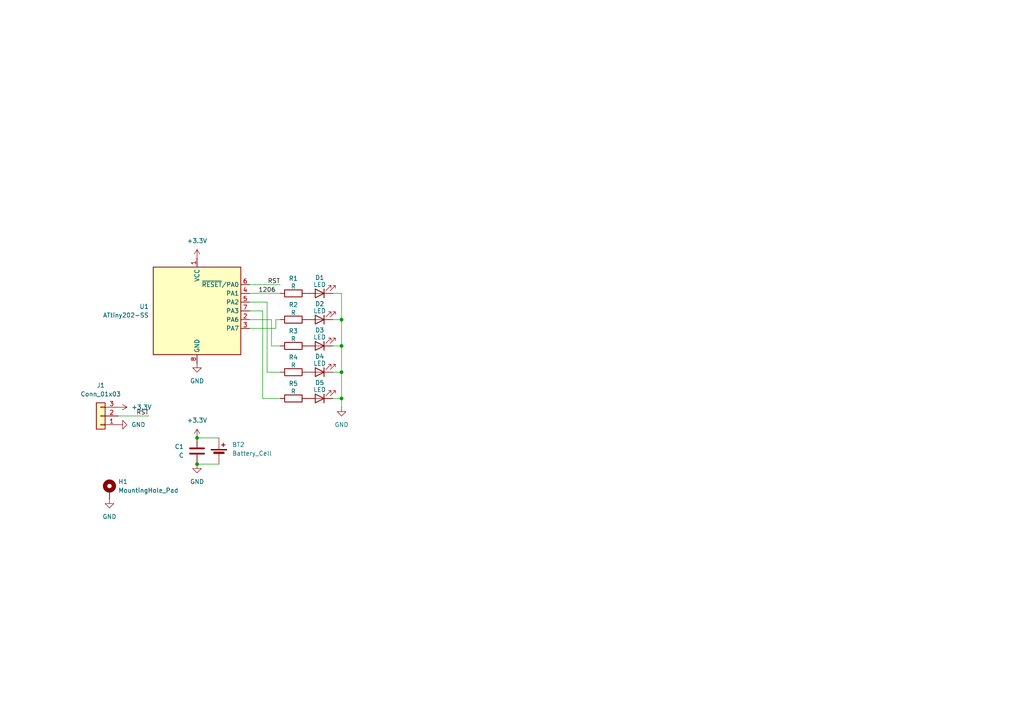
<source format=kicad_sch>
(kicad_sch (version 20250114) (generator "eeschema") (generator_version "9.0")
  (paper "A4")
  (lib_symbols
    (symbol "Connector_Generic:Conn_01x03" (pin_names (offset 1.016) (hide yes))
      (property "Reference" "J" (at 0 5.08 0))
      (property "Value" "Conn_01x03" (at 0 -5.08 0))
      (symbol "Conn_01x03_1_1"
        (rectangle (start -1.27 3.81) (end 1.27 -3.81) (stroke (width 0.254)) (fill (type background)))
        (rectangle (start -1.27 2.667) (end 0 2.413) (stroke (width 0.1524)))
        (rectangle (start -1.27 0.127) (end 0 -0.127) (stroke (width 0.1524)))
        (rectangle (start -1.27 -2.413) (end 0 -2.667) (stroke (width 0.1524)))
        (pin passive line (at -5.08 2.54 0) (length 3.81) (name "Pin_1") (number "1"))
        (pin passive line (at -5.08 0 0) (length 3.81) (name "Pin_2") (number "2"))
        (pin passive line (at -5.08 -2.54 0) (length 3.81) (name "Pin_3") (number "3"))
      )
    )
    (symbol "Device:Battery_Cell" (pin_numbers (hide yes)) (pin_names (offset 0) (hide yes))
      (property "Reference" "BT" (at 2.54 2.54 0))
      (property "Value" "Battery_Cell" (at 2.54 0 0))
      (symbol "Battery_Cell_0_1"
        (rectangle (start -2.286 1.778) (end 2.286 1.524) (fill (type outline)))
        (rectangle (start -1.524 1.016) (end 1.524 0.508) (fill (type outline)))
        (polyline (pts (xy 0 1.778) (xy 0 2.54)))
        (polyline (pts (xy 0 0.762) (xy 0 0)))
        (polyline (pts (xy 0.762 3.048) (xy 1.778 3.048)) (stroke (width 0.254)))
        (polyline (pts (xy 1.27 3.556) (xy 1.27 2.54)) (stroke (width 0.254)))
      )
      (symbol "Battery_Cell_1_1"
        (pin passive line (at 0 5.08 270) (length 2.54) (name "+") (number "1"))
        (pin passive line (at 0 -2.54 90) (length 2.54) (name "-") (number "2"))
      )
    )
    (symbol "Device:C" (pin_numbers (hide yes)) (pin_names (offset 0.254))
      (property "Reference" "C" (at 0.635 2.54 0))
      (property "Value" "C" (at 0.635 -2.54 0))
      (symbol "C_0_1"
        (polyline (pts (xy -2.032 0.762) (xy 2.032 0.762)) (stroke (width 0.508)))
        (polyline (pts (xy -2.032 -0.762) (xy 2.032 -0.762)) (stroke (width 0.508)))
      )
      (symbol "C_1_1"
        (pin passive line (at 0 3.81 270) (length 2.794) (name "~") (number "1"))
        (pin passive line (at 0 -3.81 90) (length 2.794) (name "~") (number "2"))
      )
    )
    (symbol "Device:LED" (pin_numbers (hide yes)) (pin_names (offset 1.016) (hide yes))
      (property "Reference" "D" (at 0 2.54 0))
      (property "Value" "LED" (at 0 -2.54 0))
      (symbol "LED_0_1"
        (polyline (pts (xy -3.048 -0.762) (xy -4.572 -2.286) (xy -3.81 -2.286) (xy -4.572 -2.286) (xy -4.572 -1.524)))
        (polyline (pts (xy -1.778 -0.762) (xy -3.302 -2.286) (xy -2.54 -2.286) (xy -3.302 -2.286) (xy -3.302 -1.524)))
        (polyline (pts (xy -1.27 0) (xy 1.27 0)))
        (polyline (pts (xy -1.27 -1.27) (xy -1.27 1.27)) (stroke (width 0.254)))
        (polyline (pts (xy 1.27 -1.27) (xy 1.27 1.27) (xy -1.27 0) (xy 1.27 -1.27)) (stroke (width 0.254)))
      )
      (symbol "LED_1_1"
        (pin passive line (at -3.81 0 0) (length 2.54) (name "K") (number "1"))
        (pin passive line (at 3.81 0 180) (length 2.54) (name "A") (number "2"))
      )
    )
    (symbol "Device:R" (pin_numbers (hide yes)) (pin_names (offset 0))
      (property "Reference" "R" (at 2.032 0 90))
      (property "Value" "R" (at 0 0 90))
      (symbol "R_0_1"
        (rectangle (start -1.016 -2.54) (end 1.016 2.54) (stroke (width 0.254)))
      )
      (symbol "R_1_1"
        (pin passive line (at 0 3.81 270) (length 1.27) (name "~") (number "1"))
        (pin passive line (at 0 -3.81 90) (length 1.27) (name "~") (number "2"))
      )
    )
    (symbol "MCU_Microchip_ATtiny:ATtiny202-SS"
      (property "Reference" "U" (at -12.7 13.97 0))
      (property "Value" "ATtiny202-SS" (at 2.54 -13.97 0))
      (symbol "ATtiny202-SS_0_1"
        (rectangle (start -12.7 -12.7) (end 12.7 12.7) (stroke (width 0.254)) (fill (type background)))
      )
      (symbol "ATtiny202-SS_1_1"
        (pin power_in line (at 0 15.24 270) (length 2.54) (name "VCC") (number "1"))
        (pin power_in line (at 0 -15.24 90) (length 2.54) (name "GND") (number "8"))
        (pin bidirectional line (at 15.24 7.62 180) (length 2.54) (name "~{RESET}/PA0") (number "6"))
        (pin bidirectional line (at 15.24 5.08 180) (length 2.54) (name "PA1") (number "4"))
        (pin bidirectional line (at 15.24 2.54 180) (length 2.54) (name "PA2") (number "5"))
        (pin bidirectional line (at 15.24 0 180) (length 2.54) (name "PA3") (number "7"))
        (pin bidirectional line (at 15.24 -2.54 180) (length 2.54) (name "PA6") (number "2"))
        (pin bidirectional line (at 15.24 -5.08 180) (length 2.54) (name "PA7") (number "3"))
      )
    )
    (symbol "Mechanical:MountingHole_Pad" (pin_numbers (hide yes)) (pin_names (offset 1.016) (hide yes)) (in_bom no)
      (property "Reference" "H" (at 0 6.35 0))
      (property "Value" "MountingHole_Pad" (at 0 4.445 0))
      (symbol "MountingHole_Pad_0_1"
        (circle (center 0 1.27) (radius 1.27) (stroke (width 1.27)))
      )
      (symbol "MountingHole_Pad_1_1"
        (pin input line (at 0 -2.54 90) (length 2.54) (name "1") (number "1"))
      )
    )
    (symbol "power:+3.3V" (power) (pin_numbers (hide yes)) (pin_names (offset 0) (hide yes))
      (property "Value" "+3.3V" (at 0 3.556 0))
      (symbol "+3.3V_0_1"
        (polyline (pts (xy -0.762 1.27) (xy 0 2.54)))
        (polyline (pts (xy 0 2.54) (xy 0.762 1.27)))
        (polyline (pts (xy 0 0) (xy 0 2.54)))
      )
      (symbol "+3.3V_1_1"
        (pin power_in line (at 0 0 90) (length 0) (name "~") (number "1"))
      )
    )
    (symbol "power:GND" (power) (pin_numbers (hide yes)) (pin_names (offset 0) (hide yes))
      (property "Value" "GND" (at 0 -3.81 0))
      (symbol "GND_0_1"
        (polyline (pts (xy 0 0) (xy 0 -1.27) (xy 1.27 -1.27) (xy 0 -2.54) (xy -1.27 -1.27) (xy 0 -1.27)))
      )
      (symbol "GND_1_1"
        (pin power_in line (at 0 0 270) (length 0) (name "~") (number "1"))
      )
    )
  )
  (junction (at 57.15 134.62))
  (junction (at 57.15 127))
  (junction (at 99.06 100.33))
  (junction (at 99.06 107.95))
  (junction (at 99.06 115.57))
  (junction (at 99.06 92.71))
  (wire (pts (xy 77.47 107.95) (xy 81.28 107.95)))
  (wire (pts (xy 96.52 85.09) (xy 99.06 85.09)))
  (wire (pts (xy 99.06 100.33) (xy 99.06 107.95)))
  (wire (pts (xy 72.39 92.71) (xy 78.74 92.71)))
  (wire (pts (xy 72.39 82.55) (xy 81.28 82.55)))
  (wire (pts (xy 96.52 115.57) (xy 99.06 115.57)))
  (wire (pts (xy 96.52 92.71) (xy 99.06 92.71)))
  (wire (pts (xy 72.39 85.09) (xy 81.28 85.09)))
  (wire (pts (xy 34.29 120.65) (xy 43.18 120.65)))
  (wire (pts (xy 77.47 87.63) (xy 77.47 107.95)))
  (wire (pts (xy 80.01 92.71) (xy 81.28 92.71)))
  (wire (pts (xy 76.2 90.17) (xy 76.2 115.57)))
  (wire (pts (xy 78.74 100.33) (xy 81.28 100.33)))
  (wire (pts (xy 99.06 92.71) (xy 99.06 100.33)))
  (wire (pts (xy 57.15 127) (xy 63.5 127)))
  (wire (pts (xy 99.06 115.57) (xy 99.06 118.11)))
  (wire (pts (xy 72.39 87.63) (xy 77.47 87.63)))
  (wire (pts (xy 99.06 85.09) (xy 99.06 92.71)))
  (wire (pts (xy 76.2 115.57) (xy 81.28 115.57)))
  (wire (pts (xy 96.52 107.95) (xy 99.06 107.95)))
  (wire (pts (xy 78.74 92.71) (xy 78.74 100.33)))
  (wire (pts (xy 80.01 92.71) (xy 80.01 95.25)))
  (wire (pts (xy 57.15 134.62) (xy 63.5 134.62)))
  (wire (pts (xy 96.52 100.33) (xy 99.06 100.33)))
  (wire (pts (xy 72.39 95.25) (xy 80.01 95.25)))
  (wire (pts (xy 72.39 90.17) (xy 76.2 90.17)))
  (wire (pts (xy 99.06 107.95) (xy 99.06 115.57)))
  (label "1206" (at 74.93 85.09 0))
  (label "RST" (at 43.18 120.65 180))
  (label "RST" (at 81.28 82.55 180))
  (symbol (lib_id "Device:LED") (at 92.71 85.09 180) (unit 1)
    (property "Reference" "D1" (at 92.71 80.518 0))
    (property "Value" "LED" (at 92.71 82.55 0))
    (property "Footprint" "LED_SMD:LED_1206_3216Metric" (effects (hide yes)))
    (property "Description" "Light emitting diode" (effects (hide yes)))
    (property "Sim.Pins" "1=K 2=A" (effects (hide yes)))
  )
  (symbol (lib_id "Device:LED") (at 92.71 107.95 180) (unit 1)
    (property "Reference" "D4" (at 92.71 103.378 0))
    (property "Value" "LED" (at 92.71 105.41 0))
    (property "Footprint" "LED_SMD:LED_0402_1005Metric" (effects (hide yes)))
    (property "Description" "Light emitting diode" (effects (hide yes)))
    (property "Sim.Pins" "1=K 2=A" (effects (hide yes)))
  )
  (symbol (lib_id "power:GND") (at 99.06 118.11 0) (unit 1)
    (property "Reference" "#PWR01" (effects (hide yes)))
    (property "Value" "GND" (at 99.06 123.19 0))
    (property "Description" "Power symbol creates a global label with name \"GND\" , ground" (effects (hide yes)))
  )
  (symbol (lib_id "power:GND") (at 57.15 134.62 0) (unit 1)
    (property "Reference" "#PWR06" (effects (hide yes)))
    (property "Value" "GND" (at 57.15 139.7 0))
    (property "Description" "Power symbol creates a global label with name \"GND\" , ground" (effects (hide yes)))
  )
  (symbol (lib_id "Device:LED") (at 92.71 115.57 180) (unit 1)
    (property "Reference" "D5" (at 92.71 110.998 0))
    (property "Value" "LED" (at 92.71 113.03 0))
    (property "Footprint" "LED_SMD:LED_0201_0603Metric" (effects (hide yes)))
    (property "Description" "Light emitting diode" (effects (hide yes)))
    (property "Sim.Pins" "1=K 2=A" (effects (hide yes)))
  )
  (symbol (lib_id "power:GND") (at 34.29 123.19 90) (unit 1)
    (property "Reference" "#PWR03" (effects (hide yes)))
    (property "Value" "GND" (at 38.1 123.1899 90) (effects (justify right)))
    (property "Description" "Power symbol creates a global label with name \"GND\" , ground" (effects (hide yes)))
  )
  (symbol (lib_id "power:+3.3V") (at 57.15 74.93 0) (unit 1)
    (property "Reference" "#PWR05" (effects (hide yes)))
    (property "Value" "+3.3V" (at 57.15 69.85 0))
    (property "Description" "Power symbol creates a global label with name \"+3.3V\"" (effects (hide yes)))
  )
  (symbol (lib_id "power:+3.3V") (at 34.29 118.11 270) (unit 1)
    (property "Reference" "#PWR04" (effects (hide yes)))
    (property "Value" "+3.3V" (at 38.1 118.1099 90) (effects (justify left)))
    (property "Description" "Power symbol creates a global label with name \"+3.3V\"" (effects (hide yes)))
  )
  (symbol (lib_id "power:+3.3V") (at 57.15 127 0) (unit 1)
    (property "Reference" "#PWR07" (effects (hide yes)))
    (property "Value" "+3.3V" (at 57.15 121.92 0))
    (property "Description" "Power symbol creates a global label with name \"+3.3V\"" (effects (hide yes)))
  )
  (symbol (lib_id "Connector_Generic:Conn_01x03") (at 29.21 120.65 180) (unit 1)
    (property "Reference" "J1" (at 29.21 111.76 0))
    (property "Value" "Conn_01x03" (at 29.21 114.3 0))
    (property "Footprint" "Connector_PinHeader_2.54mm:PinHeader_1x03_P2.54mm_Vertical" (effects (hide yes)))
    (property "Description" "Generic connector, single row, 01x03, script generated (kicad-library-utils/schlib/autogen/connector/)" (effects (hide yes)))
  )
  (symbol (lib_id "Device:LED") (at 92.71 92.71 180) (unit 1)
    (property "Reference" "D2" (at 92.71 88.138 0))
    (property "Value" "LED" (at 92.71 90.17 0))
    (property "Footprint" "LED_SMD:LED_0805_2012Metric" (effects (hide yes)))
    (property "Description" "Light emitting diode" (effects (hide yes)))
    (property "Sim.Pins" "1=K 2=A" (effects (hide yes)))
  )
  (symbol (lib_id "Device:R") (at 85.09 100.33 90) (unit 1)
    (property "Reference" "R3" (at 85.09 96.012 90))
    (property "Value" "R" (at 85.09 98.298 90))
    (property "Footprint" "Resistor_SMD:R_0603_1608Metric" (effects (hide yes)))
    (property "Description" "Resistor" (effects (hide yes)))
  )
  (symbol (lib_id "power:GND") (at 31.75 144.78 0) (unit 1)
    (property "Reference" "#PWR08" (effects (hide yes)))
    (property "Value" "GND" (at 31.75 149.86 0))
    (property "Description" "Power symbol creates a global label with name \"GND\" , ground" (effects (hide yes)))
  )
  (symbol (lib_id "Device:R") (at 85.09 107.95 90) (unit 1)
    (property "Reference" "R4" (at 85.09 103.632 90))
    (property "Value" "R" (at 85.09 105.918 90))
    (property "Footprint" "Resistor_SMD:R_0402_1005Metric" (effects (hide yes)))
    (property "Description" "Resistor" (effects (hide yes)))
  )
  (symbol (lib_id "power:GND") (at 57.15 105.41 0) (unit 1)
    (property "Reference" "#PWR02" (effects (hide yes)))
    (property "Value" "GND" (at 57.15 110.49 0))
    (property "Description" "Power symbol creates a global label with name \"GND\" , ground" (effects (hide yes)))
  )
  (symbol (lib_id "Device:R") (at 85.09 85.09 90) (unit 1)
    (property "Reference" "R1" (at 85.09 80.772 90))
    (property "Value" "R" (at 85.09 83.058 90))
    (property "Footprint" "Resistor_SMD:R_1206_3216Metric" (effects (hide yes)))
    (property "Description" "Resistor" (effects (hide yes)))
  )
  (symbol (lib_id "Mechanical:MountingHole_Pad") (at 31.75 142.24 0) (unit 1) (in_bom no)
    (property "Reference" "H1" (at 34.29 139.6999 0) (effects (justify left)))
    (property "Value" "MountingHole_Pad" (at 34.29 142.2399 0) (effects (justify left)))
    (property "Footprint" "MountingHole:MountingHole_4.3mm_M4_DIN965_Pad" (effects (hide yes)))
    (property "Description" "Mounting Hole with connection" (effects (hide yes)))
  )
  (symbol (lib_id "MCU_Microchip_ATtiny:ATtiny202-SS") (at 57.15 90.17 0) (unit 1)
    (property "Reference" "U1" (at 43.18 88.8999 0) (effects (justify right)))
    (property "Value" "ATtiny202-SS" (at 43.18 91.4399 0) (effects (justify right)))
    (property "Footprint" "Package_SO:SOIC-8_3.9x4.9mm_P1.27mm" (effects (hide yes)))
    (property "Datasheet" "http://ww1.microchip.com/downloads/en/DeviceDoc/ATtiny202-402-AVR-MCU-with-Core-Independent-Peripherals_and-picoPower-40001969A.pdf" (effects (hide yes)))
    (property "Description" "20MHz, 2kB Flash, 128B SRAM, 64B EEPROM, SOIC-8" (effects (hide yes)))
  )
  (symbol (lib_id "Device:LED") (at 92.71 100.33 180) (unit 1)
    (property "Reference" "D3" (at 92.71 95.758 0))
    (property "Value" "LED" (at 92.71 97.79 0))
    (property "Footprint" "LED_SMD:LED_0603_1608Metric" (effects (hide yes)))
    (property "Description" "Light emitting diode" (effects (hide yes)))
    (property "Sim.Pins" "1=K 2=A" (effects (hide yes)))
  )
  (symbol (lib_id "Device:C") (at 57.15 130.81 0) (mirror y) (unit 1)
    (property "Reference" "C1" (at 53.34 129.5399 0) (effects (justify left)))
    (property "Value" "C" (at 53.34 132.0799 0) (effects (justify left)))
    (property "Footprint" "Capacitor_SMD:C_0805_2012Metric" (effects (hide yes)))
    (property "Description" "Unpolarized capacitor" (effects (hide yes)))
  )
  (symbol (lib_id "Device:R") (at 85.09 92.71 90) (unit 1)
    (property "Reference" "R2" (at 85.09 88.392 90))
    (property "Value" "R" (at 85.09 90.678 90))
    (property "Footprint" "Resistor_SMD:R_0805_2012Metric" (effects (hide yes)))
    (property "Description" "Resistor" (effects (hide yes)))
  )
  (symbol (lib_id "Device:Battery_Cell") (at 63.5 132.08 0) (unit 1)
    (property "Reference" "BT2" (at 67.31 128.9684 0) (effects (justify left)))
    (property "Value" "Battery_Cell" (at 67.31 131.5084 0) (effects (justify left)))
    (property "Footprint" "Battery:BatteryHolder_Multicomp_BC-2001_1x2032" (effects (hide yes)))
    (property "Description" "Single-cell battery" (effects (hide yes)))
  )
  (symbol (lib_id "Device:R") (at 85.09 115.57 90) (unit 1)
    (property "Reference" "R5" (at 85.09 111.252 90))
    (property "Value" "R" (at 85.09 113.538 90))
    (property "Footprint" "Resistor_SMD:R_0201_0603Metric" (effects (hide yes)))
    (property "Description" "Resistor" (effects (hide yes)))
  )
)
</source>
